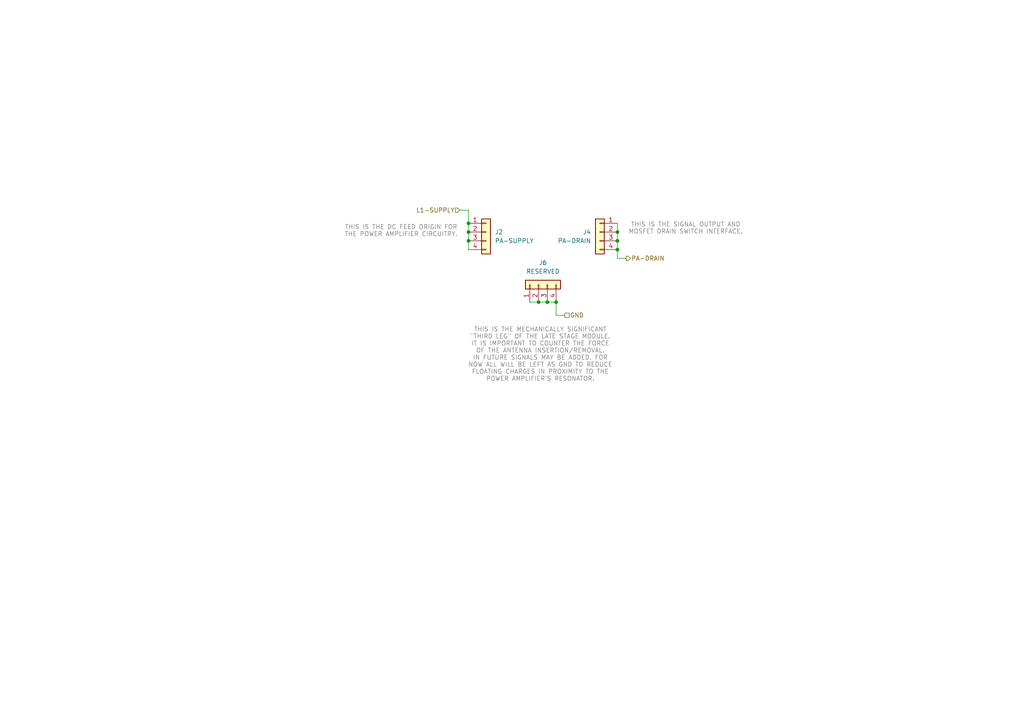
<source format=kicad_sch>
(kicad_sch (version 20231120) (generator "eeschema") (generator_version "8.0")
  (paper "A4")
  (lib_symbols
    (symbol "Connector_Generic:Conn_01x04" (pin_names (offset 1.016) hide)
      (property "Reference" "J" (at 0 5.08 0))
      (property "Value" "Conn_01x04" (at 0 -7.62 0))
      (symbol "Conn_01x04_1_1"
        (rectangle (start -1.27 -4.953) (end 0 -5.207) (stroke (width 0.1524)))
        (rectangle (start -1.27 -2.413) (end 0 -2.667) (stroke (width 0.1524)))
        (rectangle (start -1.27 0.127) (end 0 -0.127) (stroke (width 0.1524)))
        (rectangle (start -1.27 2.667) (end 0 2.413) (stroke (width 0.1524)))
        (rectangle (start -1.27 3.81) (end 1.27 -6.35) (stroke (width 0.254)) (fill (type background)))
        (pin passive line (at -5.08 2.54 0) (length 3.81) (name "Pin_1") (number "1"))
        (pin passive line (at -5.08 0 0) (length 3.81) (name "Pin_2") (number "2"))
        (pin passive line (at -5.08 -2.54 0) (length 3.81) (name "Pin_3") (number "3"))
        (pin passive line (at -5.08 -5.08 0) (length 3.81) (name "Pin_4") (number "4"))
      )
    )
  )
  (junction (at 135.89 67.31))
  (junction (at 158.75 87.63))
  (junction (at 135.89 64.77))
  (junction (at 179.07 67.31))
  (junction (at 161.29 87.63))
  (junction (at 179.07 69.85))
  (junction (at 156.21 87.63))
  (junction (at 179.07 72.39))
  (junction (at 135.89 69.85))
  (wire (pts (xy 135.89 67.31) (xy 135.89 69.85)))
  (wire (pts (xy 133.35 60.96) (xy 135.89 60.96)))
  (wire (pts (xy 181.61 74.93) (xy 179.07 74.93)))
  (wire (pts (xy 179.07 74.93) (xy 179.07 72.39)))
  (wire (pts (xy 163.83 91.44) (xy 161.29 91.44)))
  (wire (pts (xy 135.89 60.96) (xy 135.89 64.77)))
  (wire (pts (xy 158.75 87.63) (xy 161.29 87.63)))
  (wire (pts (xy 179.07 67.31) (xy 179.07 64.77)))
  (wire (pts (xy 161.29 91.44) (xy 161.29 87.63)))
  (wire (pts (xy 135.89 69.85) (xy 135.89 72.39)))
  (wire (pts (xy 135.89 64.77) (xy 135.89 67.31)))
  (wire (pts (xy 179.07 69.85) (xy 179.07 67.31)))
  (wire (pts (xy 156.21 87.63) (xy 158.75 87.63)))
  (wire (pts (xy 153.67 87.63) (xy 156.21 87.63)))
  (wire (pts (xy 179.07 72.39) (xy 179.07 69.85)))
  (text "THIS IS THE DC FEED ORIGIN FOR\nTHE POWER AMPLIFIER CIRCUITRY." (at 116.332 67.056 0) (effects (font (size 1.27 1.27))))
  (text "THIS IS THE MECHANICALLY SIGNIFICANT\n\"THIRD LEG\" OF THE LATE STAGE MODULE.\nIT IS IMPORTANT TO COUNTER THE FORCE\nOF THE ANTENNA INSERTION/REMOVAL.\nIN FUTURE SIGNALS MAY BE ADDED, FOR\nNOW ALL WILL BE LEFT AS GND TO REDUCE\nFLOATING CHARGES IN PROXIMITY TO THE\nPOWER AMPLIFIER'S RESONATOR." (at 156.718 102.87 0) (effects (font (size 1.27 1.27))))
  (text "THIS IS THE SIGNAL OUTPUT AND\nMOSFET DRAIN SWITCH INTERFACE." (at 198.882 66.294 0) (effects (font (size 1.27 1.27))))
  (hierarchical_label "L1-SUPPLY" (shape input) (at 133.35 60.96 180))
  (hierarchical_label "PA-DRAIN" (shape output) (at 181.61 74.93 0))
  (hierarchical_label "GND" (shape passive) (at 163.83 91.44 0))
  (symbol (lib_id "Connector_Generic:Conn_01x04") (at 156.21 82.55 90) (unit 1)
    (property "Reference" "J6" (at 157.48 76.2 90))
    (property "Value" "RESERVED" (at 157.48 78.74 90))
    (property "Footprint" "Connector_PinHeader_2.54mm:PinHeader_1x04_P2.54mm_Vertical" (effects (hide yes)))
    (property "Description" "Generic connector, single row, 01x04, script generated (kicad-library-utils/schlib/autogen/connector/)" (effects (hide yes)))
  )
  (symbol (lib_id "Connector_Generic:Conn_01x04") (at 173.99 67.31 0) (mirror y) (unit 1)
    (property "Reference" "J4" (at 171.45 67.3099 0) (effects (justify left)))
    (property "Value" "PA-DRAIN" (at 171.45 69.8499 0) (effects (justify left)))
    (property "Footprint" "Connector_PinHeader_2.54mm:PinHeader_1x04_P2.54mm_Vertical" (effects (hide yes)))
    (property "Description" "Generic connector, single row, 01x04, script generated (kicad-library-utils/schlib/autogen/connector/)" (effects (hide yes)))
  )
  (symbol (lib_id "Connector_Generic:Conn_01x04") (at 140.97 67.31 0) (unit 1)
    (property "Reference" "J2" (at 143.51 67.3099 0) (effects (justify left)))
    (property "Value" "PA-SUPPLY" (at 143.51 69.8499 0) (effects (justify left)))
    (property "Footprint" "Connector_PinHeader_2.54mm:PinHeader_1x04_P2.54mm_Vertical" (effects (hide yes)))
    (property "Description" "Generic connector, single row, 01x04, script generated (kicad-library-utils/schlib/autogen/connector/)" (effects (hide yes)))
  )
)
</source>
